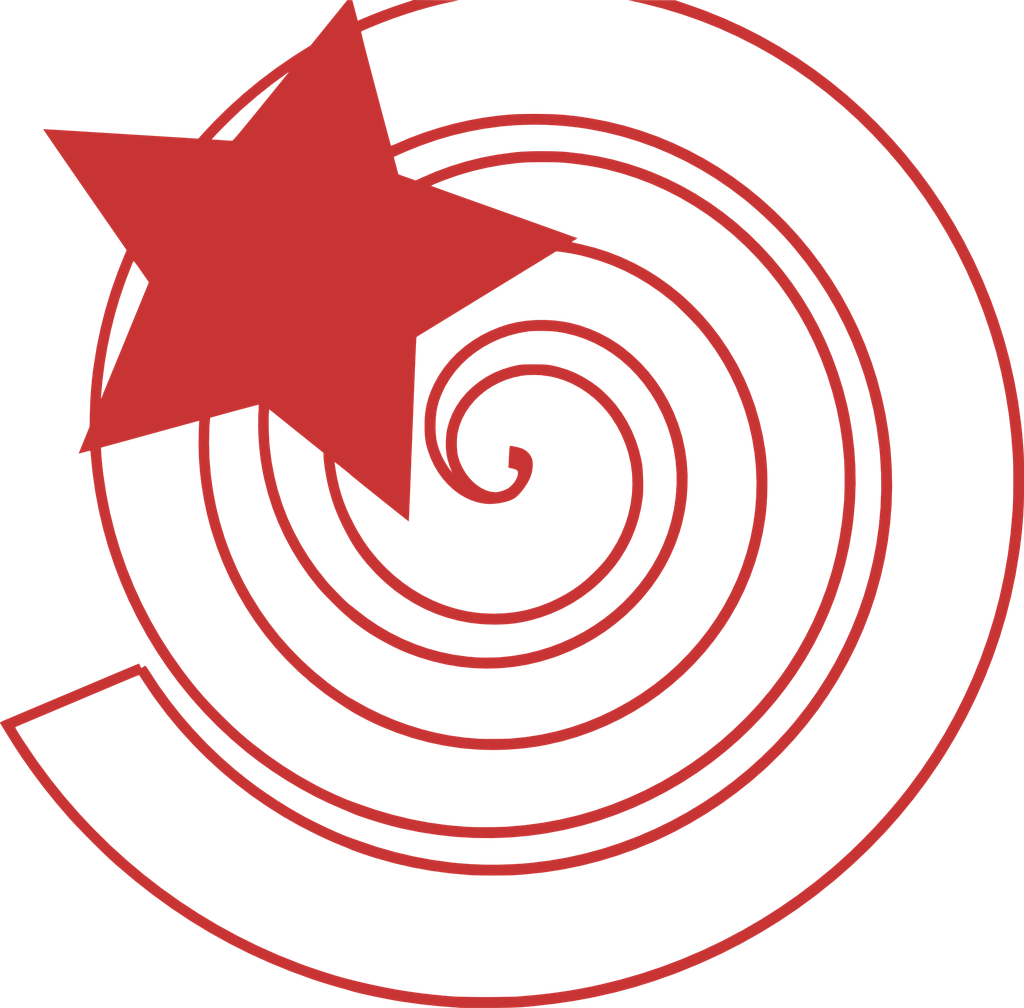
<source format=kicad_pcb>

(kicad_pcb (version 4) (host pcbnew 4.0.7)

	(general
		(links 0)
		(no_connects 0)
		(area 77.052499 41.877835 92.193313 53.630501)
		(thickness 1.6)
		(drawings 8)
		(tracks 0)
		(zones 0)
		(modules 1)
		(nets 1)
	)

	(page A4)
	(layers
		(0 F.Cu signal)
		(31 B.Cu signal)
		(32 B.Adhes user)
		(33 F.Adhes user)
		(34 B.Paste user)
		(35 F.Paste user)
		(36 B.SilkS user)
		(37 F.SilkS user)
		(38 B.Mask user)
		(39 F.Mask user)
		(40 Dwgs.User user)
		(41 Cmts.User user)
		(42 Eco1.User user)
		(43 Eco2.User user)
		(44 Edge.Cuts user)
		(45 Margin user)
		(46 B.CrtYd user)
		(47 F.CrtYd user)
		(48 B.Fab user)
		(49 F.Fab user)
	)

	(setup
		(last_trace_width 0.25)
		(trace_clearance 0.2)
		(zone_clearance 0.508)
		(zone_45_only no)
		(trace_min 0.2)
		(segment_width 0.2)
		(edge_width 0.15)
		(via_size 0.6)
		(via_drill 0.4)
		(via_min_size 0.4)
		(via_min_drill 0.3)
		(uvia_size 0.3)
		(uvia_drill 0.1)
		(uvias_allowed no)
		(uvia_min_size 0.2)
		(uvia_min_drill 0.1)
		(pcb_text_width 0.3)
		(pcb_text_size 1.5 1.5)
		(mod_edge_width 0.15)
		(mod_text_size 1 1)
		(mod_text_width 0.15)
		(pad_size 1.524 1.524)
		(pad_drill 0.762)
		(pad_to_mask_clearance 0.2)
		(aux_axis_origin 0 0)
		(visible_elements FFFFFF7F)
		(pcbplotparams
			(layerselection 0x010f0_80000001)
			(usegerberextensions false)
			(excludeedgelayer true)
			(linewidth 0.100000)
			(plotframeref false)
			(viasonmask false)
			(mode 1)
			(useauxorigin false)
			(hpglpennumber 1)
			(hpglpenspeed 20)
			(hpglpendiameter 15)
			(hpglpenoverlay 2)
			(psnegative false)
			(psa4output false)
			(plotreference true)
			(plotvalue true)
			(plotinvisibletext false)
			(padsonsilk false)
			(subtractmaskfromsilk false)
			(outputformat 1)
			(mirror false)
			(drillshape 1)
			(scaleselection 1)
			(outputdirectory gerbers/))
	)

	(net 0 "")

	(net_class Default "This is the default net class."
		(clearance 0.2)
		(trace_width 0.25)
		(via_dia 0.6)
		(via_drill 0.4)
		(uvia_dia 0.3)
		(uvia_drill 0.1)
	)
(module LOGO (layer F.Cu)
  (at 0 0)
 (fp_text reference "G***" (at 0 0) (layer F.SilkS) hide
  (effects (font (thickness 0.3)))
  )
  (fp_text value "LOGO" (at 0.75 0) (layer F.SilkS) hide
  (effects (font (thickness 0.3)))
  )
  (fp_poly (pts (xy -1.984272 -49.985485) (xy 0.105833 -49.974500) (xy -0.465667 -49.855916) (xy -1.535284 -49.614940) (xy -2.648752 -49.328088) (xy -3.783498 -49.001986) (xy -4.916948 -48.643258) (xy -6.026529 -48.258526)
     (xy -6.477000 -48.091912) (xy -6.734438 -47.993330) (xy -7.019818 -47.881485) (xy -7.321553 -47.761169) (xy -7.628061 -47.637172) (xy -7.927754 -47.514285) (xy -8.209049 -47.397297) (xy -8.460359 -47.291000)
     (xy -8.670101 -47.200184) (xy -8.826689 -47.129640) (xy -8.918538 -47.084158) (xy -8.928765 -47.078081) (xy -8.934601 -47.060796) (xy -8.932755 -47.018346) (xy -8.922272 -46.946921) (xy -8.902196 -46.842710)
     (xy -8.871572 -46.701905) (xy -8.829443 -46.520696) (xy -8.774855 -46.295272) (xy -8.706851 -46.021824) (xy -8.624475 -45.696542) (xy -8.526773 -45.315616) (xy -8.412788 -44.875236) (xy -8.281565 -44.371594)
     (xy -8.132148 -43.800877) (xy -7.963581 -43.159278) (xy -7.774909 -42.442986) (xy -7.595265 -41.762148) (xy -7.423242 -41.111040) (xy -7.256917 -40.482357) (xy -7.097594 -39.880981) (xy -6.946574 -39.311791)
     (xy -6.805160 -38.779669) (xy -6.674656 -38.289495) (xy -6.556363 -37.846150) (xy -6.451584 -37.454515) (xy -6.361621 -37.119470) (xy -6.287778 -36.845897) (xy -6.231356 -36.638676) (xy -6.193659 -36.502688)
     (xy -6.175988 -36.442813) (xy -6.175034 -36.440493) (xy -6.125307 -36.437436) (xy -6.009440 -36.472070) (xy -5.835662 -36.541616) (xy -5.709367 -36.597866) (xy -4.429779 -37.146048) (xy -3.094667 -37.643824)
     (xy -1.719528 -38.086880) (xy -0.319859 -38.470902) (xy 1.088844 -38.791579) (xy 2.491083 -39.044595) (xy 3.640666 -39.200323) (xy 4.095979 -39.250606) (xy 4.504157 -39.291395) (xy 4.882790 -39.323619)
     (xy 5.249471 -39.348208) (xy 5.621789 -39.366090) (xy 6.017335 -39.378195) (xy 6.453701 -39.385452) (xy 6.948476 -39.388790) (xy 7.217833 -39.389277) (xy 7.962100 -39.384921) (xy 8.641806 -39.369912)
     (xy 9.276567 -39.342715) (xy 9.885995 -39.301795) (xy 10.489704 -39.245619) (xy 11.107309 -39.172650) (xy 11.758424 -39.081354) (xy 12.361333 -38.986817) (xy 13.953941 -38.684469) (xy 15.524626 -38.301330)
     (xy 17.071013 -37.838989) (xy 18.590727 -37.299033) (xy 20.081395 -36.683051) (xy 21.540643 -35.992631) (xy 22.966095 -35.229360) (xy 24.355378 -34.394827) (xy 25.706118 -33.490621) (xy 27.015940 -32.518329)
     (xy 28.282470 -31.479539) (xy 29.503334 -30.375839) (xy 30.676157 -29.208818) (xy 31.798566 -27.980063) (xy 32.868186 -26.691163) (xy 33.882642 -25.343706) (xy 34.825704 -23.960666) (xy 35.727380 -22.493237)
     (xy 36.552385 -20.991698) (xy 37.300263 -19.458813) (xy 37.970558 -17.897348) (xy 38.562812 -16.310067) (xy 39.076571 -14.699737) (xy 39.511377 -13.069122) (xy 39.866774 -11.420987) (xy 40.142306 -9.758098)
     (xy 40.337516 -8.083219) (xy 40.451949 -6.399116) (xy 40.485147 -4.708554) (xy 40.436655 -3.014297) (xy 40.306015 -1.319112) (xy 40.092772 0.374237) (xy 39.796470 2.062985) (xy 39.416652 3.744366)
     (xy 39.405437 3.788834) (xy 38.946389 5.432074) (xy 38.406987 7.051549) (xy 37.788896 8.644496) (xy 37.093782 10.208152) (xy 36.323312 11.739754) (xy 35.479151 13.236539) (xy 34.562966 14.695744)
     (xy 33.576422 16.114607) (xy 32.521185 17.490365) (xy 31.398921 18.820254) (xy 30.211296 20.101512) (xy 28.959976 21.331376) (xy 28.659666 21.610055) (xy 27.387522 22.724038) (xy 26.053638 23.788679)
     (xy 24.666466 24.798462) (xy 23.234456 25.747874) (xy 21.766059 26.631399) (xy 20.269727 27.443521) (xy 18.753911 28.178727) (xy 18.246775 28.405311) (xy 16.585408 29.086883) (xy 14.908858 29.685265)
     (xy 13.215634 30.200818) (xy 11.504247 30.633904) (xy 9.773210 30.984882) (xy 8.021032 31.254115) (xy 6.246224 31.441964) (xy 5.509160 31.495701) (xy 5.190416 31.511718) (xy 4.803981 31.524316)
     (xy 4.366339 31.533490) (xy 3.893975 31.539233) (xy 3.403372 31.541539) (xy 2.911016 31.540403) (xy 2.433391 31.535819) (xy 1.986981 31.527781) (xy 1.588270 31.516283) (xy 1.253744 31.501319)
     (xy 1.185333 31.497243) (xy -0.617901 31.342124) (xy -2.395980 31.106266) (xy -4.149710 30.789519) (xy -5.879897 30.391734) (xy -7.587346 29.912759) (xy -7.991911 29.786322) (xy -8.275985 29.694330)
     (xy -8.571505 29.596083) (xy -8.866683 29.495754) (xy -9.149727 29.397517) (xy -9.408847 29.305548) (xy -9.632254 29.224021) (xy -9.808159 29.157110) (xy -9.924770 29.108990) (xy -9.967379 29.086879)
     (xy -10.024920 29.057064) (xy -10.141205 29.006750) (xy -10.295538 28.944716) (xy -10.371667 28.915399) (xy -10.735417 28.772060) (xy -11.156052 28.597509) (xy -11.615393 28.399692) (xy -12.095258 28.186555)
     (xy -12.577466 27.966045) (xy -13.012959 27.760904) (xy -14.623689 26.943416) (xy -16.195703 26.051709) (xy -17.725951 25.088353) (xy -19.211385 24.055915) (xy -20.648956 22.956964) (xy -22.035614 21.794069)
     (xy -23.368311 20.569799) (xy -24.643998 19.286722) (xy -25.859624 17.947406) (xy -27.012143 16.554421) (xy -28.098503 15.110335) (xy -28.202235 14.964834) (xy -28.347508 14.757497) (xy -28.514206 14.515373)
     (xy -28.693181 14.252160) (xy -28.875289 13.981559) (xy -29.051384 13.717268) (xy -29.212320 13.472987) (xy -29.348953 13.262414) (xy -29.452136 13.099249) (xy -29.495195 13.028084) (xy -29.562175 12.930833)
     (xy -29.620235 12.874758) (xy -29.635723 12.869334) (xy -29.683111 12.885379) (xy -29.800665 12.931385) (xy -29.980646 13.004157) (xy -30.215316 13.100501) (xy -30.496936 13.217221) (xy -30.817768 13.351124)
     (xy -31.170072 13.499014) (xy -31.546111 13.657696) (xy -31.573900 13.669455) (xy -32.242291 13.952293) (xy -32.917896 14.238123) (xy -33.595929 14.524924) (xy -34.271605 14.810673) (xy -34.940137 15.093350)
     (xy -35.596740 15.370932) (xy -36.236627 15.641398) (xy -36.855013 15.902725) (xy -37.447110 16.152893) (xy -38.008134 16.389878) (xy -38.533297 16.611660) (xy -39.017815 16.816217) (xy -39.456900 17.001527)
     (xy -39.845768 17.165568) (xy -40.179631 17.306319) (xy -40.453704 17.421757) (xy -40.663200 17.509862) (xy -40.803334 17.568610) (xy -40.862250 17.593100) (xy -41.001180 17.655059) (xy -41.102807 17.709814)
     (xy -41.147415 17.746586) (xy -41.148000 17.749325) (xy -41.125126 17.805014) (xy -41.059081 17.924783) (xy -40.953733 18.102312) (xy -40.812951 18.331285) (xy -40.640602 18.605384) (xy -40.440555 18.918289)
     (xy -40.286891 19.155834) (xy -39.110453 20.889240) (xy -37.868088 22.570918) (xy -36.561948 24.199142) (xy -35.194182 25.772186) (xy -33.766940 27.288323) (xy -32.282373 28.745827) (xy -30.742630 30.142972)
     (xy -29.149863 31.478033) (xy -27.506220 32.749282) (xy -25.813853 33.954993) (xy -24.074911 35.093441) (xy -22.291545 36.162899) (xy -20.465905 37.161642) (xy -18.600140 38.087942) (xy -16.696402 38.940075)
     (xy -14.756840 39.716313) (xy -14.605000 39.773286) (xy -14.185205 39.926433) (xy -13.719419 40.090038) (xy -13.222760 40.259233) (xy -12.710344 40.429152) (xy -12.197285 40.594931) (xy -11.698701 40.751701)
     (xy -11.229708 40.894598) (xy -10.805420 41.018756) (xy -10.440956 41.119308) (xy -10.350500 41.142873) (xy -9.117184 41.449042) (xy -7.942370 41.719343) (xy -6.809251 41.956596) (xy -5.701018 42.163622)
     (xy -4.600865 42.343240) (xy -3.491982 42.498271) (xy -2.357562 42.631533) (xy -1.180796 42.745848) (xy -0.423334 42.808384) (xy -0.197375 42.821820) (xy 0.102134 42.833382) (xy 0.464189 42.843071)
     (xy 0.877785 42.850887) (xy 1.331918 42.856830) (xy 1.815586 42.860902) (xy 2.317782 42.863103) (xy 2.827504 42.863432) (xy 3.333748 42.861892) (xy 3.825508 42.858481) (xy 4.291782 42.853201)
     (xy 4.721566 42.846052) (xy 5.103854 42.837034) (xy 5.427643 42.826149) (xy 5.681930 42.813396) (xy 5.757333 42.808116) (xy 6.992433 42.701859) (xy 8.160297 42.579914) (xy 9.277303 42.439903)
     (xy 10.359827 42.279446) (xy 11.424248 42.096162) (xy 12.486944 41.887674) (xy 13.292666 41.713340) (xy 15.259423 41.228311) (xy 17.205487 40.661978) (xy 19.127999 40.015803) (xy 21.024096 39.291249)
     (xy 22.890917 38.489780) (xy 24.725601 37.612858) (xy 26.525287 36.661947) (xy 28.287112 35.638510) (xy 30.008215 34.544009) (xy 31.685736 33.379909) (xy 33.316812 32.147671) (xy 34.898582 30.848759)
     (xy 35.411833 30.403472) (xy 36.597084 29.323203) (xy 37.770872 28.179221) (xy 38.918442 26.987283) (xy 40.025043 25.763149) (xy 41.075918 24.522577) (xy 41.952333 23.417469) (xy 43.152410 21.784871)
     (xy 44.277242 20.114791) (xy 45.326244 18.408807) (xy 46.298828 16.668495) (xy 47.194410 14.895435) (xy 48.012403 13.091203) (xy 48.752221 11.257376) (xy 49.413277 9.395533) (xy 49.994985 7.507250)
     (xy 50.496760 5.594106) (xy 50.918015 3.657678) (xy 51.258165 1.699543) (xy 51.516622 -0.278721) (xy 51.692801 -2.275537) (xy 51.730714 -2.899833) (xy 51.744180 -3.211585) (xy 51.754951 -3.590423)
     (xy 51.763026 -4.021188) (xy 51.768406 -4.488723) (xy 51.771091 -4.977871) (xy 51.771083 -5.473473) (xy 51.768382 -5.960373) (xy 51.762989 -6.423411) (xy 51.754903 -6.847431) (xy 51.744126 -7.217274)
     (xy 51.730659 -7.517784) (xy 51.730530 -7.520054) (xy 51.576728 -9.519089) (xy 51.344880 -11.486664) (xy 51.034326 -13.425663) (xy 50.644409 -15.338971) (xy 50.174470 -17.229471) (xy 49.623849 -19.100049)
     (xy 48.991890 -20.953588) (xy 48.277932 -22.792973) (xy 48.200975 -22.978707) (xy 47.409072 -24.771893) (xy 46.545213 -26.525435) (xy 45.611397 -28.237008) (xy 44.609624 -29.904288) (xy 43.541892 -31.524948)
     (xy 42.410200 -33.096664) (xy 41.216548 -34.617111) (xy 39.962935 -36.083963) (xy 38.651361 -37.494895) (xy 37.283823 -38.847582) (xy 35.862322 -40.139698) (xy 34.388856 -41.368919) (xy 32.865424 -42.532920)
     (xy 31.294027 -43.629374) (xy 29.676662 -44.655958) (xy 29.442833 -44.796261) (xy 27.809939 -45.722025) (xy 26.149382 -46.569763) (xy 24.458101 -47.340680) (xy 22.733039 -48.035982) (xy 20.971137 -48.656875)
     (xy 19.169336 -49.204564) (xy 17.324577 -49.680255) (xy 16.679333 -49.827504) (xy 15.938500 -49.991072) (xy 18.118666 -49.982298) (xy 20.298833 -49.973525) (xy 21.333929 -49.621693) (xy 21.673378 -49.504883)
     (xy 22.040086 -49.376235) (xy 22.409466 -49.244541) (xy 22.756931 -49.118594) (xy 23.057892 -49.007187) (xy 23.154262 -48.970755) (xy 24.928999 -48.249556) (xy 26.669716 -47.451399) (xy 28.374464 -46.577685)
     (xy 30.041296 -45.629812) (xy 31.668262 -44.609181) (xy 33.253413 -43.517192) (xy 34.794801 -42.355245) (xy 36.290477 -41.124739) (xy 37.738492 -39.827073) (xy 39.136897 -38.463649) (xy 40.483745 -37.035866)
     (xy 41.676331 -35.665833) (xy 42.919530 -34.116294) (xy 44.095258 -32.518119) (xy 45.202257 -30.874266) (xy 46.239266 -29.187691) (xy 47.205027 -27.461352) (xy 48.098279 -25.698206) (xy 48.917763 -23.901209)
     (xy 49.662219 -22.073320) (xy 50.330388 -20.217495) (xy 50.921010 -18.336691) (xy 51.432825 -16.433865) (xy 51.864575 -14.511975) (xy 52.214999 -12.573977) (xy 52.482837 -10.622829) (xy 52.531712 -10.181166)
     (xy 52.604908 -9.451532) (xy 52.664332 -8.769724) (xy 52.710798 -8.117082) (xy 52.745121 -7.474947) (xy 52.768114 -6.824658) (xy 52.780592 -6.147555) (xy 52.783369 -5.424979) (xy 52.777257 -4.638268)
     (xy 52.776409 -4.572000) (xy 52.759197 -3.674062) (xy 52.731136 -2.840097) (xy 52.690668 -2.049921) (xy 52.636238 -1.283353) (xy 52.566289 -0.520209) (xy 52.479265 0.259693) (xy 52.373608 1.076535)
     (xy 52.301389 1.587500) (xy 51.971160 3.567717) (xy 51.558957 5.527786) (xy 51.065454 7.465939) (xy 50.491324 9.380407) (xy 49.837243 11.269420) (xy 49.103882 13.131211) (xy 48.291918 14.964008)
     (xy 47.402023 16.766045) (xy 46.434871 18.535551) (xy 45.391136 20.270757) (xy 44.883176 21.060467) (xy 43.722488 22.751240) (xy 42.495663 24.389348) (xy 41.202509 25.975005) (xy 39.842834 27.508426)
     (xy 38.416447 28.989824) (xy 36.923155 30.419414) (xy 35.362767 31.797410) (xy 34.988302 32.112123) (xy 33.364497 33.409172) (xy 31.691837 34.637266) (xy 29.971714 35.795596) (xy 28.205517 36.883355)
     (xy 26.394638 37.899734) (xy 24.540465 38.843926) (xy 22.644389 39.715121) (xy 20.707802 40.512511) (xy 20.214166 40.701485) (xy 18.393492 41.349084) (xy 16.562776 41.921861) (xy 14.715234 42.421300)
     (xy 12.844081 42.848883) (xy 10.942533 43.206094) (xy 9.003804 43.494417) (xy 7.021110 43.715336) (xy 6.053666 43.797727) (xy 5.801501 43.813443) (xy 5.476973 43.827896) (xy 5.092025 43.840965)
     (xy 4.658598 43.852527) (xy 4.188636 43.862461) (xy 3.694081 43.870645) (xy 3.186873 43.876958) (xy 2.678956 43.881278) (xy 2.182272 43.883483) (xy 1.708763 43.883452) (xy 1.270371 43.881063)
     (xy 0.879038 43.876194) (xy 0.546707 43.868724) (xy 0.285319 43.858530) (xy 0.254000 43.856818) (xy -1.559202 43.725379) (xy -3.320145 43.541120) (xy -5.044039 43.302371) (xy -5.566834 43.218111)
     (xy -5.984413 43.145743) (xy -6.434571 43.062675) (xy -6.905420 42.971476) (xy -7.385075 42.874714) (xy -7.861650 42.774958) (xy -8.323259 42.674775) (xy -8.758015 42.576734) (xy -9.154034 42.483404)
     (xy -9.499429 42.397353) (xy -9.782314 42.321148) (xy -9.948334 42.271352) (xy -10.136544 42.213425) (xy -10.367467 42.145955) (xy -10.601779 42.080333) (xy -10.689167 42.056748) (xy -10.974619 41.978079)
     (xy -11.320287 41.878522) (xy -11.706145 41.764197) (xy -12.112165 41.641223) (xy -12.518321 41.515719) (xy -12.904586 41.393804) (xy -13.250931 41.281597) (xy -13.504334 41.196589) (xy -15.506331 40.466723)
     (xy -17.462492 39.666845) (xy -19.374440 38.795999) (xy -21.243798 37.853228) (xy -23.072190 36.837577) (xy -24.861240 35.748090) (xy -26.612571 34.583810) (xy -28.327808 33.343781) (xy -30.008573 32.027048)
     (xy -31.656492 30.632653) (xy -32.076699 30.260022) (xy -32.332685 30.025790) (xy -32.636321 29.739489) (xy -32.977663 29.411112) (xy -33.346767 29.050648) (xy -33.733687 28.668088) (xy -34.128480 28.273422)
     (xy -34.521201 27.876642) (xy -34.901906 27.487738) (xy -35.260650 27.116701) (xy -35.587489 26.773522) (xy -35.872478 26.468190) (xy -36.092538 26.225500) (xy -37.293390 24.832979) (xy -38.420262 23.439667)
     (xy -39.482984 22.032764) (xy -40.491387 20.599468) (xy -41.001675 19.833167) (xy -41.128410 19.637170) (xy -41.275759 19.405915) (xy -41.437694 19.149189) (xy -41.608185 18.876780) (xy -41.781204 18.598476)
     (xy -41.950723 18.324066) (xy -42.110714 18.063337) (xy -42.255146 17.826077) (xy -42.377993 17.622073) (xy -42.473225 17.461115) (xy -42.534814 17.352990) (xy -42.556568 17.308646) (xy -42.524308 17.275378)
     (xy -42.429704 17.219887) (xy -42.289127 17.151132) (xy -42.185167 17.105393) (xy -40.984955 16.597799) (xy -39.860431 16.122241) (xy -38.809311 15.677756) (xy -37.829311 15.263382) (xy -36.918148 14.878154)
     (xy -36.073538 14.521110) (xy -35.293197 14.191286) (xy -34.574843 13.887718) (xy -33.916192 13.609445) (xy -33.314960 13.355502) (xy -32.768864 13.124926) (xy -32.275620 12.916754) (xy -31.832944 12.730023)
     (xy -31.438553 12.563769) (xy -31.090165 12.417029) (xy -30.785494 12.288841) (xy -30.522257 12.178240) (xy -30.298172 12.084263) (xy -30.110954 12.005948) (xy -29.958319 11.942331) (xy -29.837986 11.892448)
     (xy -29.747669 11.855337) (xy -29.685085 11.830034) (xy -29.647952 11.815576) (xy -29.634000 11.811000) (xy -29.600673 11.846571) (xy -29.549456 11.938130) (xy -29.510442 12.022500) (xy -29.419457 12.234000)
     (xy -29.261812 12.135937) (xy -29.152962 12.068583) (xy -29.070512 12.018188) (xy -29.054223 12.008442) (xy -29.007922 12.029099) (xy -28.927996 12.121660) (xy -28.817872 12.281901) (xy -28.767839 12.361245)
     (xy -27.807977 13.833854) (xy -26.774726 15.268411) (xy -25.672709 16.659765) (xy -24.506547 18.002768) (xy -23.280863 19.292270) (xy -22.000280 20.523123) (xy -20.669420 21.690176) (xy -19.663834 22.502755)
     (xy -18.738031 23.200480) (xy -17.762679 23.890029) (xy -16.759127 24.557416) (xy -15.748724 25.188652) (xy -14.752819 25.769751) (xy -14.279966 26.030127) (xy -13.857851 26.253278) (xy -13.405265 26.484502)
     (xy -12.933678 26.718487) (xy -12.454558 26.949920) (xy -11.979377 27.173486) (xy -11.519602 27.383874) (xy -11.086704 27.575769) (xy -10.692153 27.743859) (xy -10.347417 27.882831) (xy -10.063966 27.987371)
     (xy -10.029868 27.998943) (xy -9.877785 28.051160) (xy -9.669182 28.124557) (xy -9.426964 28.210986) (xy -9.174037 28.302303) (xy -9.059334 28.344096) (xy -7.428623 28.895559) (xy -5.763929 29.370530)
     (xy -4.069540 29.768040) (xy -2.349745 30.087119) (xy -0.608834 30.326800) (xy 0.000000 30.391293) (xy 1.167571 30.481827) (xy 2.385994 30.531611) (xy 3.631943 30.540711) (xy 4.882090 30.509192)
     (xy 6.113109 30.437121) (xy 6.858000 30.371952) (xy 8.560853 30.160536) (xy 10.249969 29.866771) (xy 11.922280 29.492301) (xy 13.574718 29.038768) (xy 15.204216 28.507815) (xy 16.807707 27.901086)
     (xy 18.382121 27.220223) (xy 19.924392 26.466869) (xy 21.431452 25.642668) (xy 22.900233 24.749261) (xy 24.327668 23.788294) (xy 25.710689 22.761407) (xy 27.046228 21.670245) (xy 28.331218 20.516450)
     (xy 29.562590 19.301666) (xy 30.737278 18.027534) (xy 31.435763 17.208500) (xy 32.493200 15.866220) (xy 33.479883 14.482094) (xy 34.394917 13.059046) (xy 35.237409 11.599998) (xy 36.006466 10.107873)
     (xy 36.701194 8.585596) (xy 37.320699 7.036087) (xy 37.864088 5.462272) (xy 38.330468 3.867072) (xy 38.718944 2.253411) (xy 39.028623 0.624212) (xy 39.258612 -1.017603) (xy 39.408017 -2.669109)
     (xy 39.475945 -4.327384) (xy 39.461501 -5.989505) (xy 39.363793 -7.652549) (xy 39.285066 -8.468576) (xy 39.059531 -10.149638) (xy 38.751974 -11.812145) (xy 38.363512 -13.453572) (xy 37.895258 -15.071395)
     (xy 37.348328 -16.663089) (xy 36.723835 -18.226129) (xy 36.022894 -19.757991) (xy 35.246620 -21.256150) (xy 34.396128 -22.718081) (xy 33.472532 -24.141261) (xy 32.476946 -25.523163) (xy 31.410486 -26.861264)
     (xy 30.903621 -27.453166) (xy 30.353205 -28.060818) (xy 29.746403 -28.693071) (xy 29.100725 -29.333196) (xy 28.433679 -29.964465) (xy 27.762774 -30.570149) (xy 27.105518 -31.133521) (xy 26.733500 -31.437472)
     (xy 25.422634 -32.434751) (xy 24.072777 -33.358968) (xy 22.686388 -34.209062) (xy 21.265932 -34.983971) (xy 19.813870 -35.682634) (xy 18.332664 -36.303991) (xy 16.824777 -36.846980) (xy 15.292670 -37.310541)
     (xy 13.738807 -37.693612) (xy 12.165650 -37.995132) (xy 11.176000 -38.141400) (xy 9.825294 -38.285679) (xy 8.447145 -38.369638) (xy 7.061871 -38.393034) (xy 5.689789 -38.355623) (xy 4.351214 -38.257160)
     (xy 4.059740 -38.226897) (xy 2.531418 -38.021683) (xy 1.028496 -37.742996) (xy -0.455552 -37.388988) (xy -1.927252 -36.957812) (xy -3.393130 -36.447619) (xy -4.859712 -35.856562) (xy -5.802139 -35.434796)
     (xy -5.910443 -35.384468) (xy -5.695738 -34.573300) (xy -5.481032 -33.762131) (xy -4.677266 -33.474367) (xy -3.873500 -33.186604) (xy -3.471334 -33.374258) (xy -2.073148 -33.981117) (xy -0.654040 -34.506411)
     (xy 0.787811 -34.950631) (xy 2.254228 -35.314269) (xy 3.747036 -35.597817) (xy 5.268056 -35.801767) (xy 5.672666 -35.842216) (xy 6.052952 -35.870583) (xy 6.499957 -35.892262) (xy 6.996001 -35.907258)
     (xy 7.523402 -35.915572) (xy 8.064477 -35.917210) (xy 8.601546 -35.912174) (xy 9.116927 -35.900468) (xy 9.592937 -35.882096) (xy 10.011896 -35.857060) (xy 10.202333 -35.841318) (xy 11.679040 -35.670025)
     (xy 13.108445 -35.433795) (xy 14.500202 -35.130335) (xy 15.863968 -34.757351) (xy 17.209397 -34.312551) (xy 18.161000 -33.951015) (xy 19.563797 -33.344139) (xy 20.928818 -32.663099) (xy 22.253933 -31.910528)
     (xy 23.537013 -31.089056) (xy 24.775928 -30.201318) (xy 25.968550 -29.249945) (xy 27.112749 -28.237570) (xy 28.206395 -27.166824) (xy 29.247360 -26.040341) (xy 30.233515 -24.860752) (xy 31.162730 -23.630690)
     (xy 32.032875 -22.352787) (xy 32.841823 -21.029676) (xy 33.587443 -19.663989) (xy 34.267607 -18.258357) (xy 34.880184 -16.815415) (xy 35.423047 -15.337793) (xy 35.894065 -13.828124) (xy 36.291109 -12.289041)
     (xy 36.510054 -11.266281) (xy 36.777980 -9.686765) (xy 36.963418 -8.091351) (xy 37.066282 -6.483587) (xy 37.086488 -4.867016) (xy 37.023952 -3.245186) (xy 36.878588 -1.621641) (xy 36.761927 -0.719666)
     (xy 36.489363 0.883114) (xy 36.136143 2.464185) (xy 35.704043 4.021157) (xy 35.194841 5.551642) (xy 34.610313 7.053252) (xy 33.952237 8.523597) (xy 33.222388 9.960289) (xy 32.422543 11.360939)
     (xy 31.554480 12.723159) (xy 30.619974 14.044559) (xy 29.620804 15.322752) (xy 28.558745 16.555348) (xy 27.435573 17.739958) (xy 26.253067 18.874195) (xy 25.013003 19.955669) (xy 23.717156 20.981992)
     (xy 22.367305 21.950775) (xy 20.965226 22.859629) (xy 19.512695 23.706166) (xy 18.012560 24.487471) (xy 16.442187 25.212186) (xy 14.850083 25.855390) (xy 13.238164 26.416873) (xy 11.608347 26.896420)
     (xy 9.962548 27.293821) (xy 8.302683 27.608862) (xy 6.630669 27.841331) (xy 4.948422 27.991015) (xy 3.257858 28.057703) (xy 1.560894 28.041181) (xy -0.140555 27.941237) (xy -1.844571 27.757659)
     (xy -3.549239 27.490234) (xy -5.252642 27.138750) (xy -5.461000 27.089934) (xy -5.869299 26.988514) (xy -6.313268 26.870233) (xy -6.780978 26.738859) (xy -7.260500 26.598164) (xy -7.739906 26.451916)
     (xy -8.207267 26.303885) (xy -8.650654 26.157841) (xy -9.058137 26.017554) (xy -9.417789 25.886793) (xy -9.717680 25.769328) (xy -9.922512 25.680028) (xy -10.042305 25.626260) (xy -10.218959 25.550066)
     (xy -10.430803 25.460658) (xy -10.656164 25.367253) (xy -10.710334 25.345068) (xy -12.010136 24.778143) (xy -13.319435 24.136967) (xy -14.625687 23.429037) (xy -15.916348 22.661848) (xy -17.178875 21.842898)
     (xy -18.400724 20.979683) (xy -19.569351 20.079699) (xy -19.706167 19.968973) (xy -21.074340 18.801456) (xy -22.383609 17.574516) (xy -23.632500 16.290939) (xy -24.819540 14.953515) (xy -25.943253 13.565031)
     (xy -27.002166 12.128276) (xy -27.994805 10.646037) (xy -28.919695 9.121102) (xy -29.775363 7.556259) (xy -30.560333 5.954297) (xy -31.273133 4.318003) (xy -31.912287 2.650165) (xy -32.476322 0.953572)
     (xy -32.963763 -0.768989) (xy -33.373137 -2.514729) (xy -33.702968 -4.280861) (xy -33.951784 -6.064597) (xy -34.065594 -7.188243) (xy -34.091036 -7.477716) (xy -34.111550 -7.693268) (xy -34.129137 -7.845360)
     (xy -34.145796 -7.944455) (xy -34.163528 -8.001015) (xy -34.184334 -8.025501) (xy -34.210215 -8.028374) (xy -34.225596 -8.024999) (xy -34.300159 -8.004926) (xy -34.435648 -7.968156) (xy -34.611321 -7.920326)
     (xy -34.766250 -7.878051) (xy -34.947816 -7.830240) (xy -35.094967 -7.794874) (xy -35.191393 -7.775646) (xy -35.221334 -7.775043) (xy -35.205949 -7.818028) (xy -35.162349 -7.929820) (xy -35.094360 -8.100857)
     (xy -35.009720 -8.311838) (xy -33.168167 -8.311838) (xy -33.155089 -8.018835) (xy -33.142785 -7.809712) (xy -33.122361 -7.537041) (xy -33.095724 -7.221349) (xy -33.064777 -6.883161) (xy -33.031427 -6.542999)
     (xy -32.997577 -6.221391) (xy -32.965134 -5.938859) (xy -32.953055 -5.842000) (xy -32.679599 -4.041596) (xy -32.324798 -2.263473) (xy -31.889485 -0.509679) (xy -31.374490 1.217737) (xy -30.780647 2.916726)
     (xy -30.108789 4.585240) (xy -29.359746 6.221231) (xy -28.534352 7.822649) (xy -27.633440 9.387447) (xy -26.657840 10.913576) (xy -25.608385 12.398988) (xy -25.462689 12.594167) (xy -24.990062 13.213208)
     (xy -24.535018 13.787047) (xy -24.083956 14.331252) (xy -23.623279 14.861388) (xy -23.139386 15.393024) (xy -22.618680 15.941724) (xy -22.047559 16.523057) (xy -21.911308 16.659358) (xy -21.457365 17.108291)
     (xy -21.044797 17.507237) (xy -20.658809 17.869561) (xy -20.284603 18.208625) (xy -19.907385 18.537795) (xy -19.512359 18.870433) (xy -19.084729 19.219904) (xy -19.007667 19.281995) (xy -17.618110 20.347529)
     (xy -16.193617 21.336669) (xy -14.730822 22.251581) (xy -13.226360 23.094433) (xy -12.522349 23.457060) (xy -12.292104 23.570101) (xy -12.020672 23.699495) (xy -11.722463 23.838740) (xy -11.411886 23.981331)
     (xy -11.103351 24.120763) (xy -10.811268 24.250533) (xy -10.550047 24.364137) (xy -10.334098 24.455071) (xy -10.177830 24.516830) (xy -10.160000 24.523329) (xy -10.055719 24.561200) (xy -9.890226 24.621890)
     (xy -9.681671 24.698719) (xy -9.448202 24.785003) (xy -9.292167 24.842816) (xy -7.636459 25.413698) (xy -5.975500 25.900087) (xy -4.309217 26.301998) (xy -2.637534 26.619449) (xy -0.960378 26.852454)
     (xy 0.722326 27.001029) (xy 1.079500 27.021666) (xy 1.306462 27.030306) (xy 1.601761 27.036611) (xy 1.949099 27.040650) (xy 2.332179 27.042491) (xy 2.734706 27.042203) (xy 3.140382 27.039852)
     (xy 3.532911 27.035507) (xy 3.895995 27.029237) (xy 4.213339 27.021108) (xy 4.468646 27.011190) (xy 4.541886 27.007215) (xy 6.247154 26.863762) (xy 7.926651 26.639737) (xy 9.581593 26.334821)
     (xy 11.213193 25.948692) (xy 12.822666 25.481031) (xy 14.411226 24.931518) (xy 15.980088 24.299831) (xy 17.530467 23.585652) (xy 17.547166 23.577462) (xy 19.031408 22.803045) (xy 20.473852 21.957904)
     (xy 21.871361 21.044773) (xy 23.220794 20.066387) (xy 24.519014 19.025478) (xy 25.762880 17.924782) (xy 26.949254 16.767032) (xy 28.074996 15.554963) (xy 29.136968 14.291308) (xy 30.132031 12.978801)
     (xy 30.765372 12.065000) (xy 31.647078 10.669853) (xy 32.450153 9.243453) (xy 33.174297 7.786683) (xy 33.819210 6.300429) (xy 34.384592 4.785576) (xy 34.870142 3.243008) (xy 35.275558 1.673610)
     (xy 35.600542 0.078268) (xy 35.844792 -1.542134) (xy 36.008008 -3.186710) (xy 36.024572 -3.421784) (xy 36.040612 -3.729310) (xy 36.052797 -4.102899) (xy 36.061131 -4.524560) (xy 36.065617 -4.976301)
     (xy 36.066258 -5.440132) (xy 36.063056 -5.898062) (xy 36.056014 -6.332099) (xy 36.045137 -6.724252) (xy 36.030426 -7.056531) (xy 36.023954 -7.161549) (xy 35.872899 -8.769855) (xy 35.639773 -10.361087)
     (xy 35.325610 -11.932471) (xy 34.931442 -13.481231) (xy 34.458302 -15.004593) (xy 33.907223 -16.499783) (xy 33.279238 -17.964025) (xy 32.575379 -19.394545) (xy 31.796681 -20.788568) (xy 30.944175 -22.143320)
     (xy 30.018894 -23.456026) (xy 29.898429 -23.616674) (xy 28.922910 -24.842262) (xy 27.894755 -26.005642) (xy 26.816392 -27.105256) (xy 25.690251 -28.139547) (xy 24.518763 -29.106958) (xy 23.304355 -30.005932)
     (xy 22.049458 -30.834910) (xy 20.756500 -31.592337) (xy 19.427913 -32.276654) (xy 18.066124 -32.886304) (xy 16.673564 -33.419729) (xy 15.252662 -33.875374) (xy 13.805847 -34.251679) (xy 13.055453 -34.413210)
     (xy 12.500839 -34.515936) (xy 11.886981 -34.614812) (xy 11.239303 -34.706153) (xy 10.583227 -34.786273) (xy 10.202333 -34.826805) (xy 9.849777 -34.855044) (xy 9.430013 -34.876988) (xy 8.959883 -34.892639)
     (xy 8.456232 -34.902001) (xy 7.935903 -34.905075) (xy 7.415739 -34.901864) (xy 6.912583 -34.892371) (xy 6.443281 -34.876598) (xy 6.024674 -34.854548) (xy 5.673607 -34.826223) (xy 5.672666 -34.826128)
     (xy 4.211963 -34.642532) (xy 2.796939 -34.390965) (xy 1.420480 -34.069646) (xy 0.075471 -33.676794) (xy -1.245200 -33.210630) (xy -2.005992 -32.904637) (xy -2.199972 -32.822058) (xy -2.325470 -32.764522)
     (xy -2.392471 -32.725264) (xy -2.410957 -32.697521) (xy -2.390911 -32.674528) (xy -2.365825 -32.660832) (xy -2.315561 -32.641437) (xy -2.189706 -32.595221) (xy -1.992457 -32.523687) (xy -1.728013 -32.428335)
     (xy -1.400573 -32.310666) (xy -1.014334 -32.172181) (xy -0.573496 -32.014380) (xy -0.082255 -31.838764) (xy 0.455189 -31.646834) (xy 1.034639 -31.440091) (xy 1.651896 -31.220036) (xy 2.302761 -30.988170)
     (xy 2.983037 -30.745992) (xy 3.688525 -30.495005) (xy 4.415027 -30.236709) (xy 4.455077 -30.222475) (xy 5.180854 -29.964395) (xy 5.884788 -29.713822) (xy 6.562762 -29.472233) (xy 7.210660 -29.241104)
     (xy 7.824366 -29.021913) (xy 8.399763 -28.816137) (xy 8.932735 -28.625252) (xy 9.419165 -28.450735) (xy 9.854938 -28.294064) (xy 10.235936 -28.156715) (xy 10.558044 -28.040166) (xy 10.817145 -27.945892)
     (xy 11.009122 -27.875372) (xy 11.129860 -27.830081) (xy 11.175242 -27.811498) (xy 11.175494 -27.811212) (xy 11.141874 -27.780577) (xy 11.052299 -27.719996) (xy 10.924470 -27.641275) (xy 10.891621 -27.621904)
     (xy 10.793158 -27.566300) (xy 10.719520 -27.523778) (xy 10.677705 -27.490293) (xy 10.674713 -27.461796) (xy 10.717543 -27.434242) (xy 10.813194 -27.403584) (xy 10.968665 -27.365774) (xy 11.190956 -27.316767)
     (xy 11.487065 -27.252515) (xy 11.557000 -27.237208) (xy 12.833772 -26.914107) (xy 14.082292 -26.512315) (xy 15.300002 -26.033813) (xy 16.484342 -25.480584) (xy 17.632755 -24.854609) (xy 18.742681 -24.157871)
     (xy 19.811563 -23.392352) (xy 20.836842 -22.560034) (xy 21.815960 -21.662899) (xy 22.746357 -20.702929) (xy 23.625477 -19.682107) (xy 24.450759 -18.602415) (xy 25.219647 -17.465834) (xy 25.929581 -16.274346)
     (xy 26.093907 -15.974886) (xy 26.716684 -14.732064) (xy 27.264357 -13.451252) (xy 27.736033 -12.135221) (xy 28.130817 -10.786739) (xy 28.447816 -9.408577) (xy 28.686136 -8.003505) (xy 28.701078 -7.895166)
     (xy 28.783905 -7.149951) (xy 28.840174 -6.344798) (xy 28.869954 -5.500140) (xy 28.873313 -4.636411) (xy 28.850320 -3.774044) (xy 28.801042 -2.933473) (xy 28.725547 -2.135131) (xy 28.680712 -1.778000)
     (xy 28.445759 -0.368726) (xy 28.129634 1.018871) (xy 27.733501 2.381721) (xy 27.258524 3.716753) (xy 26.705868 5.020895) (xy 26.076698 6.291075) (xy 25.372177 7.524223) (xy 24.836753 8.360834)
     (xy 23.988066 9.553079) (xy 23.076106 10.690772) (xy 22.103970 11.771927) (xy 21.074758 12.794558) (xy 19.991567 13.756680) (xy 18.857495 14.656305) (xy 17.675642 15.491450) (xy 16.449106 16.260127)
     (xy 15.180984 16.960351) (xy 13.874375 17.590136) (xy 12.532377 18.147497) (xy 11.158090 18.630447) (xy 9.754610 19.037000) (xy 8.325037 19.365170) (xy 7.408333 19.531442) (xy 6.068990 19.710395)
     (xy 4.700376 19.817238) (xy 3.318051 19.851688) (xy 1.937570 19.813460) (xy 0.574492 19.702270) (xy 0.232833 19.662366) (xy -1.246381 19.436376) (xy -2.705469 19.128151) (xy -4.144453 18.737684)
     (xy -5.563357 18.264968) (xy -6.962204 17.709997) (xy -7.678636 17.390316) (xy -7.945366 17.263566) (xy -8.243996 17.116350) (xy -8.558294 16.957152) (xy -8.872029 16.794458) (xy -9.168968 16.636750)
     (xy -9.432879 16.492514) (xy -9.647532 16.370232) (xy -9.757110 16.303930) (xy -9.902166 16.212673) (xy -10.066492 16.109374) (xy -10.136327 16.065500) (xy -10.478960 15.846998) (xy -10.847468 15.606199)
     (xy -11.224783 15.354669) (xy -11.593839 15.103973) (xy -11.937571 14.865677) (xy -12.238910 14.651346) (xy -12.426393 14.513608) (xy -13.640169 13.551892) (xy -14.797346 12.528259) (xy -15.896138 11.445326)
     (xy -16.934754 10.305706) (xy -17.911409 9.112014) (xy -18.824313 7.866866) (xy -19.671678 6.572876) (xy -20.451717 5.232660) (xy -21.162641 3.848832) (xy -21.802662 2.424007) (xy -22.369992 0.960801)
     (xy -22.862844 -0.538172) (xy -22.971202 -0.907687) (xy -23.296847 -2.159321) (xy -23.568493 -3.445642) (xy -23.784320 -4.751687) (xy -23.942506 -6.062494) (xy -24.041233 -7.363098) (xy -24.078679 -8.638537)
     (xy -24.076528 -8.748185) (xy -23.107719 -8.748185) (xy -23.063536 -7.248501) (xy -22.937203 -5.749503) (xy -22.729751 -4.255929) (xy -22.442209 -2.772513) (xy -22.075608 -1.303993) (xy -21.630978 0.144896)
     (xy -21.109349 1.569416) (xy -20.511750 2.964833) (xy -19.943284 4.127500) (xy -19.186694 5.498498) (xy -18.366246 6.813904) (xy -17.481890 8.073777) (xy -16.533576 9.278179) (xy -15.521253 10.427168)
     (xy -14.444871 11.520805) (xy -13.304378 12.559150) (xy -12.099724 13.542263) (xy -11.832167 13.746554) (xy -11.664595 13.870414) (xy -11.463837 14.014689) (xy -11.240697 14.172039) (xy -11.005979 14.335128)
     (xy -10.770488 14.496617) (xy -10.545028 14.649168) (xy -10.340403 14.785444) (xy -10.167419 14.898106) (xy -10.036879 14.979817) (xy -9.959588 15.023238) (xy -9.944869 15.028334) (xy -9.898150 15.048737)
     (xy -9.794692 15.104145) (xy -9.650265 15.185855) (xy -9.497189 15.275342) (xy -8.315098 15.932856) (xy -7.091433 16.530146) (xy -5.834887 17.064409) (xy -4.554155 17.532844) (xy -3.257928 17.932650)
     (xy -1.954901 18.261025) (xy -0.653767 18.515167) (xy 0.636782 18.692274) (xy 1.291166 18.752268) (xy 1.520121 18.769806) (xy 1.731016 18.786290) (xy 1.903308 18.800092) (xy 2.016455 18.809584)
     (xy 2.032000 18.810990) (xy 2.172941 18.819248) (xy 2.383735 18.825257) (xy 2.649603 18.829101) (xy 2.955763 18.830864) (xy 3.287435 18.830629) (xy 3.629838 18.828480) (xy 3.968191 18.824502)
     (xy 4.287713 18.818778) (xy 4.573624 18.811392) (xy 4.811143 18.802427) (xy 4.953000 18.794415) (xy 6.407207 18.650687) (xy 7.839640 18.425283) (xy 9.249348 18.118469) (xy 10.635381 17.730510)
     (xy 11.996788 17.261669) (xy 13.332620 16.712212) (xy 14.583833 16.112343) (xy 15.884237 15.398526) (xy 17.127176 14.622874) (xy 18.312174 13.785813) (xy 19.438752 12.887769) (xy 20.506434 11.929168)
     (xy 21.514742 10.910435) (xy 22.463200 9.831996) (xy 23.351330 8.694278) (xy 24.098672 7.620000) (xy 24.821908 6.446274) (xy 25.469314 5.240263) (xy 26.040472 4.005580) (xy 26.534964 2.745838)
     (xy 26.952373 1.464652) (xy 27.292282 0.165633) (xy 27.554273 -1.147603) (xy 27.737929 -2.471444) (xy 27.842832 -3.802277) (xy 27.868565 -5.136487) (xy 27.814711 -6.470462) (xy 27.680851 -7.800588)
     (xy 27.466570 -9.123252) (xy 27.171449 -10.434840) (xy 26.795070 -11.731739) (xy 26.448455 -12.721166) (xy 25.948164 -13.945866) (xy 25.389813 -15.118486) (xy 24.767808 -16.248703) (xy 24.076556 -17.346192)
     (xy 23.310462 -18.420629) (xy 22.716235 -19.177000) (xy 22.512777 -19.416131) (xy 22.259053 -19.698154) (xy 21.967228 -20.010798) (xy 21.649469 -20.341795) (xy 21.317940 -20.678876) (xy 20.984807 -21.009772)
     (xy 20.662235 -21.322215) (xy 20.362390 -21.603936) (xy 20.097438 -21.842666) (xy 19.939000 -21.977831) (xy 18.882812 -22.801243) (xy 17.805152 -23.543568) (xy 16.702911 -24.206371) (xy 15.572978 -24.791217)
     (xy 14.412244 -25.299671) (xy 13.217599 -25.733297) (xy 11.985934 -26.093660) (xy 11.540634 -26.203926) (xy 11.220097 -26.275462) (xy 10.866985 -26.347179) (xy 10.503067 -26.415220) (xy 10.150113 -26.475727)
     (xy 9.829892 -26.524843) (xy 9.564176 -26.558712) (xy 9.503833 -26.564814) (xy 9.207500 -26.592515) (xy 2.709333 -22.608618) (xy -3.788834 -18.624722) (xy -3.821448 -18.276444) (xy -3.826381 -18.199239)
     (xy -3.834391 -18.041721) (xy -3.845302 -17.808182) (xy -3.858937 -17.502914) (xy -3.875119 -17.130207) (xy -3.893671 -16.694353) (xy -3.914416 -16.199643) (xy -3.937177 -15.650370) (xy -3.961779 -15.050824)
     (xy -3.988043 -14.405298) (xy -4.015793 -13.718081) (xy -4.044853 -12.993467) (xy -4.075045 -12.235745) (xy -4.106192 -11.449209) (xy -4.138119 -10.638149) (xy -4.170647 -9.806856) (xy -4.175036 -9.694333)
     (xy -4.207387 -8.866080) (xy -4.238978 -8.060558) (xy -4.269642 -7.281836) (xy -4.299216 -6.533983) (xy -4.327533 -5.821067) (xy -4.354430 -5.147158) (xy -4.379740 -4.516322) (xy -4.403301 -3.932630)
     (xy -4.424945 -3.400150) (xy -4.444510 -2.922950) (xy -4.461829 -2.505099) (xy -4.476737 -2.150666) (xy -4.489071 -1.863719) (xy -4.498665 -1.648327) (xy -4.505353 -1.508559) (xy -4.508972 -1.448483)
     (xy -4.509323 -1.446377) (xy -4.543633 -1.469667) (xy -4.637878 -1.541369) (xy -4.786110 -1.656718) (xy -4.982380 -1.810946) (xy -5.220739 -1.999291) (xy -5.495238 -2.216985) (xy -5.799929 -2.459264)
     (xy -6.128863 -2.721363) (xy -6.476091 -2.998515) (xy -6.835665 -3.285957) (xy -7.201636 -3.578922) (xy -7.568055 -3.872645) (xy -7.928973 -4.162361) (xy -8.278442 -4.443305) (xy -8.610514 -4.710711)
     (xy -8.919238 -4.959814) (xy -9.198667 -5.185849) (xy -9.442853 -5.384050) (xy -9.645845 -5.549652) (xy -9.801696 -5.677889) (xy -9.904457 -5.763997) (xy -9.948179 -5.803211) (xy -9.948334 -5.803392)
     (xy -10.000069 -5.852655) (xy -10.102553 -5.940818) (xy -10.244296 -6.058716) (xy -10.413814 -6.197188) (xy -10.599618 -6.347069) (xy -10.790221 -6.499198) (xy -10.974137 -6.644411) (xy -11.139879 -6.773546)
     (xy -11.275959 -6.877439) (xy -11.370890 -6.946927) (xy -11.413186 -6.972848) (xy -11.414143 -6.972636) (xy -11.414531 -6.926025) (xy -11.402337 -6.811187) (xy -11.379902 -6.643236) (xy -11.349566 -6.437287)
     (xy -11.313667 -6.208452) (xy -11.274547 -5.971848) (xy -11.234545 -5.742586) (xy -11.196001 -5.535783) (xy -11.176837 -5.439833) (xy -11.007122 -4.695016) (xy -10.810004 -3.984538) (xy -10.579390 -3.292589)
     (xy -10.309185 -2.603358) (xy -9.993295 -1.901037) (xy -9.625627 -1.169816) (xy -9.300251 -0.571500) (xy -8.734342 0.358538) (xy -8.103759 1.245277) (xy -7.413470 2.084844) (xy -6.668437 2.873369)
     (xy -5.873628 3.606978) (xy -5.034008 4.281799) (xy -4.154542 4.893961) (xy -3.240195 5.439591) (xy -2.295934 5.914817) (xy -1.326724 6.315768) (xy -0.337529 6.638571) (xy 0.091401 6.752058)
     (xy 0.823941 6.915438) (xy 1.521792 7.033982) (xy 2.215367 7.111324) (xy 2.935078 7.151098) (xy 3.492500 7.158503) (xy 4.540256 7.116281) (xy 5.564891 6.993240) (xy 6.569230 6.788699)
     (xy 7.556097 6.501974) (xy 8.528317 6.132382) (xy 9.376833 5.736615) (xy 10.092165 5.352041) (xy 10.743091 4.953953) (xy 11.349864 4.527725) (xy 11.932738 4.058731) (xy 12.511966 3.532344)
     (xy 12.746481 3.303131) (xy 13.072484 2.973593) (xy 13.348659 2.681804) (xy 13.589446 2.410394) (xy 13.809286 2.141994) (xy 14.022619 1.859234) (xy 14.243885 1.544745) (xy 14.397004 1.317782)
     (xy 14.893458 0.500192) (xy 15.318329 -0.352163) (xy 15.670238 -1.232841) (xy 15.947807 -2.135397) (xy 16.149656 -3.053389) (xy 16.274407 -3.980371) (xy 16.320682 -4.909902) (xy 16.287101 -5.835536)
     (xy 16.172287 -6.750831) (xy 16.150044 -6.875657) (xy 15.938724 -7.788929) (xy 15.647041 -8.683467) (xy 15.278599 -9.551429) (xy 14.836996 -10.384971) (xy 14.325837 -11.176252) (xy 13.942109 -11.684000)
     (xy 13.383842 -12.316844) (xy 12.771655 -12.897287) (xy 12.113626 -13.420017) (xy 11.417828 -13.879721) (xy 10.692338 -14.271084) (xy 9.945231 -14.588795) (xy 9.184583 -14.827540) (xy 9.150958 -14.836141)
     (xy 8.501127 -14.971350) (xy 7.829632 -15.056178) (xy 7.158751 -15.089398) (xy 6.510764 -15.069787) (xy 5.990166 -15.009953) (xy 5.252360 -14.854437) (xy 4.541866 -14.631104) (xy 3.863672 -14.344499)
     (xy 3.222769 -13.999165) (xy 2.624145 -13.599646) (xy 2.072789 -13.150484) (xy 1.573692 -12.656224) (xy 1.131842 -12.121410) (xy 0.752228 -11.550583) (xy 0.439840 -10.948289) (xy 0.199667 -10.319070)
     (xy 0.036698 -9.667471) (xy 0.020087 -9.573277) (xy -0.017067 -9.263132) (xy -0.035358 -8.909008) (xy -0.035484 -8.535223) (xy -0.018142 -8.166095) (xy 0.015968 -7.825941) (xy 0.066150 -7.539081)
     (xy 0.080108 -7.482377) (xy 0.253694 -6.948341) (xy 0.481972 -6.442675) (xy 0.758510 -5.971486) (xy 1.076873 -5.540879) (xy 1.430627 -5.156960) (xy 1.813341 -4.825835) (xy 2.218579 -4.553608)
     (xy 2.639908 -4.346386) (xy 3.070895 -4.210275) (xy 3.505107 -4.151379) (xy 3.592088 -4.149402) (xy 3.778649 -4.168542) (xy 4.010256 -4.220877) (xy 4.258629 -4.297272) (xy 4.495488 -4.388593)
     (xy 4.692553 -4.485705) (xy 4.755392 -4.525151) (xy 5.039869 -4.757260) (xy 5.283542 -5.027186) (xy 5.475871 -5.319280) (xy 5.606318 -5.617892) (xy 5.661197 -5.870126) (xy 5.663347 -6.024368)
     (xy 5.626071 -6.140365) (xy 5.538510 -6.228283) (xy 5.389806 -6.298290) (xy 5.169101 -6.360554) (xy 5.127022 -6.370331) (xy 4.771878 -6.451208) (xy 4.799942 -7.003854) (xy 4.819820 -7.393700)
     (xy 4.836325 -7.707287) (xy 4.850383 -7.952917) (xy 4.862922 -8.138887) (xy 4.874868 -8.273499) (xy 4.887148 -8.365051) (xy 4.900688 -8.421844) (xy 4.916417 -8.452176) (xy 4.935259 -8.464347)
     (xy 4.958144 -8.466657) (xy 4.963297 -8.466666) (xy 5.088885 -8.454686) (xy 5.270329 -8.422703) (xy 5.482886 -8.376650) (xy 5.701817 -8.322463) (xy 5.902382 -8.266077) (xy 6.059839 -8.213426)
     (xy 6.114165 -8.190597) (xy 6.435736 -7.994744) (xy 6.694510 -7.744261) (xy 6.886855 -7.443133) (xy 6.962062 -7.260166) (xy 7.022792 -6.977936) (xy 7.034896 -6.647222) (xy 7.000978 -6.286952)
     (xy 6.923638 -5.916051) (xy 6.805479 -5.553447) (xy 6.692627 -5.300278) (xy 6.503862 -4.960868) (xy 6.286108 -4.625293) (xy 6.051071 -4.308232) (xy 5.810458 -4.024367) (xy 5.575974 -3.788377)
     (xy 5.359326 -3.614942) (xy 5.337041 -3.600285) (xy 5.050608 -3.449985) (xy 4.699476 -3.319578) (xy 4.301987 -3.212440) (xy 3.876482 -3.131946) (xy 3.441301 -3.081469) (xy 3.014785 -3.064385)
     (xy 2.615276 -3.084068) (xy 2.563123 -3.089880) (xy 1.935737 -3.207114) (xy 1.323412 -3.403990) (xy 0.730927 -3.676109) (xy 0.163064 -4.019071) (xy -0.375397 -4.428479) (xy -0.879674 -4.899934)
     (xy -1.344986 -5.429036) (xy -1.727084 -5.956865) (xy -0.458843 -5.956865) (xy -0.448543 -5.933207) (xy -0.405918 -5.887761) (xy -0.381413 -5.897083) (xy -0.381000 -5.903001) (xy -0.411069 -5.938808)
     (xy -0.429875 -5.951876) (xy -0.458843 -5.956865) (xy -1.727084 -5.956865) (xy -1.766554 -6.011388) (xy -2.139595 -6.642590) (xy -2.459329 -7.318244) (xy -2.683194 -7.916870) (xy -2.794443 -8.273595)
     (xy -2.879838 -8.600716) (xy -2.943002 -8.920641) (xy -2.987560 -9.255778) (xy -3.017134 -9.628535) (xy -3.035350 -10.061321) (xy -3.036490 -10.101564) (xy -3.031809 -10.873098) (xy -2.971307 -11.595109)
     (xy -2.851319 -12.284768) (xy -2.668181 -12.959244) (xy -2.418231 -13.635709) (xy -2.161383 -14.202833) (xy -1.729981 -14.992041) (xy -1.227119 -15.739723) (xy -0.656887 -16.442571) (xy -0.023375 -17.097278)
     (xy 0.669326 -17.700536) (xy 1.417127 -18.249037) (xy 2.215936 -18.739473) (xy 3.061665 -19.168537) (xy 3.950222 -19.532920) (xy 4.752117 -19.793937) (xy 5.549515 -19.985610) (xy 6.392084 -20.117205)
     (xy 7.264972 -20.188357) (xy 8.153326 -20.198702) (xy 9.042292 -20.147872) (xy 9.917017 -20.035504) (xy 10.448787 -19.934099) (xy 11.405699 -19.685074) (xy 12.350830 -19.355846) (xy 13.274585 -18.950852)
     (xy 14.167368 -18.474527) (xy 15.019584 -17.931308) (xy 15.439549 -17.626876) (xy 16.284791 -16.934412) (xy 17.077494 -16.177936) (xy 17.814557 -15.362169) (xy 18.492879 -14.491834) (xy 19.109359 -13.571652)
     (xy 19.660895 -12.606346) (xy 20.144387 -11.600637) (xy 20.556732 -10.559248) (xy 20.894829 -9.486900) (xy 20.969192 -9.207500) (xy 21.207769 -8.106912) (xy 21.365319 -6.987666) (xy 21.442000 -5.855126)
     (xy 21.437974 -4.714657) (xy 21.353399 -3.571622) (xy 21.188436 -2.431388) (xy 20.943244 -1.299317) (xy 20.708907 -0.465666) (xy 20.324309 0.635693) (xy 19.862622 1.706827) (xy 19.326960 2.744625)
     (xy 18.720443 3.745979) (xy 18.046185 4.707777) (xy 17.307304 5.626909) (xy 16.506917 6.500266) (xy 15.648142 7.324737) (xy 14.734093 8.097212) (xy 13.767890 8.814582) (xy 12.752647 9.473736)
     (xy 11.691484 10.071563) (xy 10.587515 10.604955) (xy 9.443858 11.070801) (xy 8.982271 11.235377) (xy 7.765067 11.608048) (xy 6.534732 11.897544) (xy 5.293575 12.103933) (xy 4.043903 12.227289)
     (xy 2.788024 12.267681) (xy 1.528247 12.225181) (xy 0.266878 12.099860) (xy -0.993773 11.891787) (xy -2.251400 11.601036) (xy -3.503694 11.227676) (xy -4.635500 10.816661) (xy -5.160534 10.595531)
     (xy -5.730232 10.330672) (xy -6.324417 10.032792) (xy -6.922909 9.712603) (xy -7.505530 9.380813) (xy -8.052100 9.048133) (xy -8.424334 8.805759) (xy -8.661539 8.643028) (xy -8.913334 8.465016)
     (xy -9.165736 8.282108) (xy -9.404764 8.104690) (xy -9.616434 7.943146) (xy -9.786763 7.807863) (xy -9.901770 7.709225) (xy -9.906000 7.705269) (xy -9.999589 7.620598) (xy -10.138061 7.499492)
     (xy -10.301118 7.359557) (xy -10.435167 7.246268) (xy -10.625822 7.079047) (xy -10.861575 6.860716) (xy -11.130795 6.603013) (xy -11.421851 6.317680) (xy -11.723112 6.016457) (xy -12.022948 5.711083)
     (xy -12.309727 5.413299) (xy -12.571820 5.134845) (xy -12.797595 4.887463) (xy -12.975421 4.682891) (xy -12.979647 4.677834) (xy -13.865176 3.551763) (xy -14.677508 2.384331) (xy -15.415643 1.177653)
     (xy -16.078580 -0.066156) (xy -16.665320 -1.344981) (xy -17.174862 -2.656708) (xy -17.606207 -3.999221) (xy -17.958353 -5.370406) (xy -18.134408 -6.223000) (xy -18.295760 -7.211545) (xy -18.416035 -8.229557)
     (xy -18.493579 -9.253645) (xy -18.526739 -10.260420) (xy -18.518408 -10.885391) (xy -17.555364 -10.885391) (xy -17.554792 -10.526818) (xy -17.548733 -10.136530) (xy -17.537626 -9.732086) (xy -17.521910 -9.331046)
     (xy -17.502025 -8.950969) (xy -17.478410 -8.609414) (xy -17.463177 -8.435867) (xy -17.286937 -7.038621) (xy -17.031411 -5.671004) (xy -16.696813 -4.333525) (xy -16.283357 -3.026693) (xy -15.791258 -1.751014)
     (xy -15.220730 -0.506996) (xy -14.571987 0.704852) (xy -13.845244 1.884023) (xy -13.040714 3.030008) (xy -12.158612 4.142301) (xy -12.153258 4.148667) (xy -11.999193 4.326104) (xy -11.809445 4.535630)
     (xy -11.593282 4.767829) (xy -11.359972 5.013285) (xy -11.118781 5.262582) (xy -10.878977 5.506303) (xy -10.649828 5.735032) (xy -10.440601 5.939352) (xy -10.260562 6.109848) (xy -10.118980 6.237103)
     (xy -10.025121 6.311701) (xy -10.023127 6.313036) (xy -9.932760 6.378301) (xy -9.795439 6.483898) (xy -9.629102 6.615776) (xy -9.451687 6.759885) (xy -9.433778 6.774633) (xy -8.408408 7.566574)
     (xy -7.342958 8.285232) (xy -6.240380 8.929436) (xy -5.103627 9.498013) (xy -3.935654 9.989792) (xy -2.739413 10.403601) (xy -1.517858 10.738267) (xy -0.273942 10.992619) (xy 0.989382 11.165484)
     (xy 1.799166 11.232348) (xy 2.047944 11.243056) (xy 2.357470 11.249313) (xy 2.703953 11.251272) (xy 3.063600 11.249084) (xy 3.412619 11.242903) (xy 3.727217 11.232879) (xy 3.983602 11.219166)
     (xy 3.995747 11.218292) (xy 5.187814 11.092121) (xy 6.358150 10.891199) (xy 7.503647 10.618184) (xy 8.621194 10.275733) (xy 9.707682 9.866505) (xy 10.760001 9.393157) (xy 11.775042 8.858349)
     (xy 12.749696 8.264736) (xy 13.680853 7.614979) (xy 14.565403 6.911734) (xy 15.400236 6.157660) (xy 16.182244 5.355414) (xy 16.908317 4.507655) (xy 17.575345 3.617041) (xy 18.180219 2.686229)
     (xy 18.719829 1.717878) (xy 19.191066 0.714645) (xy 19.590820 -0.320811) (xy 19.915981 -1.385832) (xy 20.163441 -2.477761) (xy 20.190295 -2.624666) (xy 20.350030 -3.754217) (xy 20.426854 -4.875430)
     (xy 20.421074 -5.985917) (xy 20.333000 -7.083291) (xy 20.162940 -8.165164) (xy 19.911204 -9.229146) (xy 19.578100 -10.272850) (xy 19.163938 -11.293887) (xy 19.032167 -11.578166) (xy 18.535287 -12.533135)
     (xy 17.981615 -13.434917) (xy 17.374387 -14.281031) (xy 16.716841 -15.068991) (xy 16.012214 -15.796312) (xy 15.263744 -16.460512) (xy 14.474668 -17.059105) (xy 13.648224 -17.589607) (xy 12.787649 -18.049535)
     (xy 11.896181 -18.436403) (xy 10.977057 -18.747728) (xy 10.033514 -18.981025) (xy 9.207500 -19.117043) (xy 8.915325 -19.146033) (xy 8.568491 -19.167356) (xy 8.188245 -19.180833) (xy 7.795833 -19.186288)
     (xy 7.412502 -19.183542) (xy 7.059499 -19.172419) (xy 6.758069 -19.152741) (xy 6.625166 -19.138615) (xy 5.734846 -18.986955) (xy 4.866618 -18.762534) (xy 4.025735 -18.468965) (xy 3.217453 -18.109864)
     (xy 2.447025 -17.688843) (xy 1.719705 -17.209519) (xy 1.040750 -16.675504) (xy 0.415411 -16.090414) (xy -0.151055 -15.457863) (xy -0.653395 -14.781465) (xy -1.086354 -14.064835) (xy -1.266927 -13.709837)
     (xy -1.513285 -13.157991) (xy -1.703810 -12.640501) (xy -1.844297 -12.133670) (xy -1.940543 -11.613800) (xy -1.998344 -11.057196) (xy -2.018964 -10.635347) (xy -2.022566 -10.033943) (xy -1.992079 -9.492902)
     (xy -1.923769 -8.993546) (xy -1.813899 -8.517199) (xy -1.658732 -8.045183) (xy -1.454532 -7.558821) (xy -1.366180 -7.372268) (xy -1.243152 -7.136631) (xy -1.094546 -6.878576) (xy -0.934230 -6.620079)
     (xy -0.776073 -6.383115) (xy -0.633940 -6.189660) (xy -0.574137 -6.117166) (xy -0.463212 -5.990166) (xy -0.534341 -6.159500) (xy -0.735501 -6.692824) (xy -0.891495 -7.221958) (xy -0.981054 -7.641166)
     (xy -1.026126 -8.002794) (xy -1.049370 -8.414395) (xy -1.051294 -8.849391) (xy -1.032407 -9.281201) (xy -0.993216 -9.683246) (xy -0.935486 -10.023281) (xy -0.729518 -10.763699) (xy -0.445800 -11.473398)
     (xy -0.086581 -12.149380) (xy 0.345888 -12.788648) (xy 0.849359 -13.388206) (xy 1.421583 -13.945057) (xy 2.060309 -14.456204) (xy 2.719135 -14.892209) (xy 3.440005 -15.278327) (xy 4.208790 -15.596565)
     (xy 5.027637 -15.847756) (xy 5.449714 -15.947023) (xy 5.619123 -15.982153) (xy 5.766837 -16.009350) (xy 5.907532 -16.029644) (xy 6.055882 -16.044067) (xy 6.226562 -16.053650) (xy 6.434247 -16.059423)
     (xy 6.693611 -16.062419) (xy 7.019330 -16.063667) (xy 7.112000 -16.063826) (xy 7.510234 -16.062893) (xy 7.841134 -16.057538) (xy 8.121991 -16.045891) (xy 8.370098 -16.026078) (xy 8.602749 -15.996228)
     (xy 8.837236 -15.954468) (xy 9.090852 -15.898927) (xy 9.380890 -15.827732) (xy 9.445943 -15.811154) (xy 10.207895 -15.577028) (xy 10.970131 -15.267059) (xy 11.717956 -14.888734) (xy 12.436674 -14.449541)
     (xy 13.111590 -13.956968) (xy 13.157818 -13.919872) (xy 13.381559 -13.728267) (xy 13.640386 -13.488925) (xy 13.916248 -13.220025) (xy 14.191098 -12.939750) (xy 14.446887 -12.666280) (xy 14.665566 -12.417796)
     (xy 14.747035 -12.319000) (xy 15.313318 -11.547689) (xy 15.819444 -10.723022) (xy 16.260850 -9.855304) (xy 16.632976 -8.954840) (xy 16.931258 -8.031936) (xy 17.151135 -7.096896) (xy 17.211349 -6.752166)
     (xy 17.240330 -6.516326) (xy 17.264816 -6.214110) (xy 17.284429 -5.863710) (xy 17.298792 -5.483317) (xy 17.307526 -5.091122) (xy 17.310255 -4.705317) (xy 17.306600 -4.344093) (xy 17.296183 -4.025641)
     (xy 17.278628 -3.768153) (xy 17.274200 -3.725333) (xy 17.117194 -2.691020) (xy 16.879622 -1.681899) (xy 16.562467 -0.700390) (xy 16.166710 0.251083) (xy 15.693334 1.170099) (xy 15.143320 2.054235)
     (xy 14.661672 2.718177) (xy 13.988232 3.520282) (xy 13.250440 4.270981) (xy 12.453760 4.966764) (xy 11.603656 5.604123) (xy 10.705592 6.179547) (xy 9.765032 6.689529) (xy 8.787441 7.130558)
     (xy 7.778282 7.499126) (xy 6.773333 7.784346) (xy 6.048787 7.942169) (xy 5.335400 8.056395) (xy 4.607904 8.129929) (xy 3.841032 8.165677) (xy 3.417212 8.170298) (xy 2.295632 8.128807)
     (xy 1.190552 8.005152) (xy 0.104673 7.800703) (xy -0.959302 7.516831) (xy -1.998673 7.154907) (xy -3.010738 6.716302) (xy -3.992795 6.202386) (xy -4.942142 5.614530) (xy -5.856077 4.954104)
     (xy -6.731900 4.222479) (xy -7.566909 3.421026) (xy -8.358401 2.551115) (xy -8.850924 1.946188) (xy -9.173445 1.517545) (xy -9.473785 1.085746) (xy -9.761080 0.635742) (xy -10.044469 0.152484)
     (xy -10.333089 -0.379075) (xy -10.636078 -0.973984) (xy -10.688196 -1.079500) (xy -11.058811 -1.875119) (xy -11.374548 -2.649166) (xy -11.646579 -3.432252) (xy -11.886074 -4.254994) (xy -11.978740 -4.616069)
     (xy -12.070940 -5.013746) (xy -12.158438 -5.439016) (xy -12.238746 -5.875815) (xy -12.309373 -6.308078) (xy -12.367831 -6.719741) (xy -12.411631 -7.094739) (xy -12.438283 -7.417007) (xy -12.445593 -7.628966)
     (xy -12.446000 -7.828432) (xy -14.975417 -9.858622) (xy -17.504834 -11.888811) (xy -17.538288 -11.437155) (xy -17.550010 -11.194690) (xy -17.555364 -10.885391) (xy -18.518408 -10.885391) (xy -18.513861 -11.226493)
     (xy -18.503777 -11.448923) (xy -18.491343 -11.707270) (xy -18.482237 -11.935660) (xy -18.476823 -12.121039) (xy -18.475467 -12.250351) (xy -18.478534 -12.310542) (xy -18.479585 -12.313029) (xy -18.522148 -12.305414)
     (xy -18.637288 -12.277670) (xy -18.815982 -12.232241) (xy -19.049206 -12.171572) (xy -19.327937 -12.098110) (xy -19.643150 -12.014299) (xy -19.985821 -11.922585) (xy -20.346928 -11.825414) (xy -20.717445 -11.725230)
     (xy -21.088350 -11.624480) (xy -21.450619 -11.525608) (xy -21.795227 -11.431060) (xy -22.113151 -11.343282) (xy -22.395367 -11.264719) (xy -22.632852 -11.197817) (xy -22.816582 -11.145020) (xy -22.937532 -11.108774)
     (xy -22.986442 -11.091678) (xy -23.000219 -11.044118) (xy -23.016459 -10.925281) (xy -23.033872 -10.748477) (xy -23.051167 -10.527014) (xy -23.067051 -10.274197) (xy -23.068723 -10.243819) (xy -23.107719 -8.748185)
     (xy -24.076528 -8.748185) (xy -24.055471 -9.821333) (xy -24.043050 -10.101503) (xy -24.032520 -10.351431) (xy -24.024328 -10.559392) (xy -24.018923 -10.713659) (xy -24.016755 -10.802507) (xy -24.017259 -10.819617)
     (xy -24.058143 -10.809095) (xy -24.175491 -10.777546) (xy -24.364129 -10.726385) (xy -24.618883 -10.657028) (xy -24.934579 -10.570889) (xy -25.306043 -10.469382) (xy -25.728101 -10.353924) (xy -26.195578 -10.225928)
     (xy -26.703300 -10.086811) (xy -27.246094 -9.937985) (xy -27.818784 -9.780868) (xy -28.416198 -9.616873) (xy -28.596167 -9.567452) (xy -33.168167 -8.311838) (xy -35.009720 -8.311838) (xy -35.005812 -8.321579)
     (xy -34.900534 -8.582424) (xy -34.782354 -8.873831) (xy -34.718371 -9.031080) (xy -34.215409 -10.265833) (xy -34.189690 -11.493500) (xy -34.165065 -12.331911) (xy -34.136793 -12.904054) (xy -33.172108 -12.904054)
     (xy -33.163130 -12.858401) (xy -33.150198 -12.869333) (xy -33.130132 -12.915450) (xy -33.079842 -13.035371) (xy -33.001198 -13.224553) (xy -32.896071 -13.478453) (xy -32.766332 -13.792529) (xy -32.613852 -14.162238)
     (xy -32.440502 -14.583035) (xy -32.248153 -15.050379) (xy -32.038676 -15.559726) (xy -31.813942 -16.106534) (xy -31.575822 -16.686259) (xy -31.326186 -17.294358) (xy -31.066906 -17.926288) (xy -30.905586 -18.319632)
     (xy -28.696679 -23.706431) (xy -29.403915 -24.727597) (xy -29.633733 -25.056402) (xy -29.819412 -25.315310) (xy -29.962173 -25.505913) (xy -30.063240 -25.629803) (xy -30.123836 -25.688571) (xy -30.143498 -25.690798)
     (xy -30.176712 -25.619167) (xy -30.234696 -25.481515) (xy -30.312267 -25.291011) (xy -30.404244 -25.060826) (xy -30.505444 -24.804131) (xy -30.610687 -24.534095) (xy -30.714789 -24.263889) (xy -30.812568 -24.006683)
     (xy -30.898844 -23.775647) (xy -30.924173 -23.706666) (xy -31.414436 -22.266252) (xy -31.853363 -20.774677) (xy -32.237075 -19.249415) (xy -32.561691 -17.707937) (xy -32.823333 -16.167718) (xy -33.018121 -14.646228)
     (xy -33.081307 -13.991166) (xy -33.104043 -13.728956) (xy -33.125698 -13.480428) (xy -33.144637 -13.264261) (xy -33.159225 -13.099131) (xy -33.166556 -13.017500) (xy -33.172108 -12.904054) (xy -34.136793 -12.904054)
     (xy -34.126291 -13.116568) (xy -34.071018 -13.877197) (xy -33.996895 -14.643524) (xy -33.901569 -15.445273) (xy -33.841448 -15.896166) (xy -33.555132 -17.672372) (xy -33.187084 -19.441833) (xy -32.739551 -21.196411)
     (xy -32.214781 -22.927971) (xy -31.615020 -24.628376) (xy -31.022269 -26.103576) (xy -30.767722 -26.701319) (xy -34.660194 -32.326576) (xy -35.089038 -32.946655) (xy -35.504299 -33.547740) (xy -35.903460 -34.126159)
     (xy -36.284004 -34.678238) (xy -36.643413 -35.200304) (xy -36.979171 -35.688685) (xy -37.288761 -36.139708) (xy -37.569666 -36.549699) (xy -37.819368 -36.914987) (xy -37.876852 -36.999333) (xy -22.868378 -36.999333)
     (xy -22.684272 -36.995172) (xy -22.580000 -36.990604) (xy -22.410079 -36.980650) (xy -22.193270 -36.966518) (xy -21.948334 -36.949411) (xy -21.780500 -36.937087) (xy -21.535080 -36.919439) (xy -21.312888 -36.904844)
     (xy -21.130367 -36.894273) (xy -21.003959 -36.888701) (xy -20.956905 -36.888331) (xy -20.930172 -36.899908) (xy -20.886292 -36.935055) (xy -20.822323 -36.997251) (xy -20.735324 -37.089975) (xy -20.622355 -37.216706)
     (xy -20.480474 -37.380922) (xy -20.306741 -37.586103) (xy -20.098213 -37.835727) (xy -19.851951 -38.133274) (xy -19.565012 -38.482223) (xy -19.234457 -38.886052) (xy -18.857343 -39.348240) (xy -18.430730 -39.872267)
     (xy -18.339995 -39.983833) (xy -17.976125 -40.431442) (xy -17.626133 -40.862255) (xy -17.293888 -41.271490) (xy -16.983263 -41.654368) (xy -16.698129 -42.006107) (xy -16.442359 -42.321926) (xy -16.219822 -42.597044)
     (xy -16.034391 -42.826680) (xy -15.889938 -43.006053) (xy -15.790334 -43.130382) (xy -15.739450 -43.194885) (xy -15.735162 -43.200595) (xy -15.643311 -43.327023) (xy -15.790906 -43.223611) (xy -17.211775 -42.185291)
     (xy -18.587145 -41.092118) (xy -19.934680 -39.930002) (xy -20.047712 -39.828306) (xy -20.265455 -39.628326) (xy -20.517722 -39.390888) (xy -20.794502 -39.125907) (xy -21.085781 -38.843303) (xy -21.381546 -38.552992)
     (xy -21.671784 -38.264894) (xy -21.946481 -37.988925) (xy -22.195624 -37.735003) (xy -22.409200 -37.513047) (xy -22.577195 -37.332973) (xy -22.653665 -37.247179) (xy -22.868378 -36.999333) (xy -37.876852 -36.999333)
     (xy -38.035351 -37.231897) (xy -38.215097 -37.496757) (xy -38.356089 -37.705895) (xy -38.455810 -37.855636) (xy -38.511744 -37.942309) (xy -38.523386 -37.963760) (xy -38.476892 -37.963395) (xy -38.353514 -37.958092)
     (xy -38.160865 -37.948284) (xy -37.906557 -37.934401) (xy -37.598202 -37.916875) (xy -37.243414 -37.896135) (xy -36.849803 -37.872614) (xy -36.424984 -37.846742) (xy -36.085136 -37.825723) (xy -35.552253 -37.792571)
     (xy -34.972700 -37.756553) (xy -34.365490 -37.718849) (xy -33.749638 -37.680638) (xy -33.144156 -37.643100) (xy -32.568058 -37.607413) (xy -32.040359 -37.574757) (xy -31.623000 -37.548962) (xy -31.186039 -37.521951)
     (xy -30.680792 -37.490676) (xy -30.123478 -37.456143) (xy -29.530313 -37.419358) (xy -28.917517 -37.381327) (xy -28.301305 -37.343057) (xy -27.697896 -37.305554) (xy -27.123507 -37.269825) (xy -26.839334 -37.252134)
     (xy -24.108834 -37.082102) (xy -23.986051 -37.220634) (xy -22.690530 -38.618598) (xy -21.334626 -39.957457) (xy -19.919574 -41.236179) (xy -18.446608 -42.453727) (xy -16.916960 -43.609066) (xy -15.331865 -44.701162)
     (xy -14.242056 -45.395360) (xy -13.646277 -45.762915) (xy -11.934889 -47.877871) (xy -10.223500 -49.992826) (xy -9.763074 -49.974500) (xy -9.511884 -49.018227) (xy -9.260694 -48.061953) (xy -8.620264 -48.334729)
     (xy -7.804082 -48.672198) (xy -6.976808 -48.993243) (xy -6.113499 -49.307259) (xy -5.265105 -49.598314) (xy -4.074376 -49.996469) (xy -1.984272 -49.985485) )(layer F.Cu) (width  0.010000)
  )
)

)

</source>
